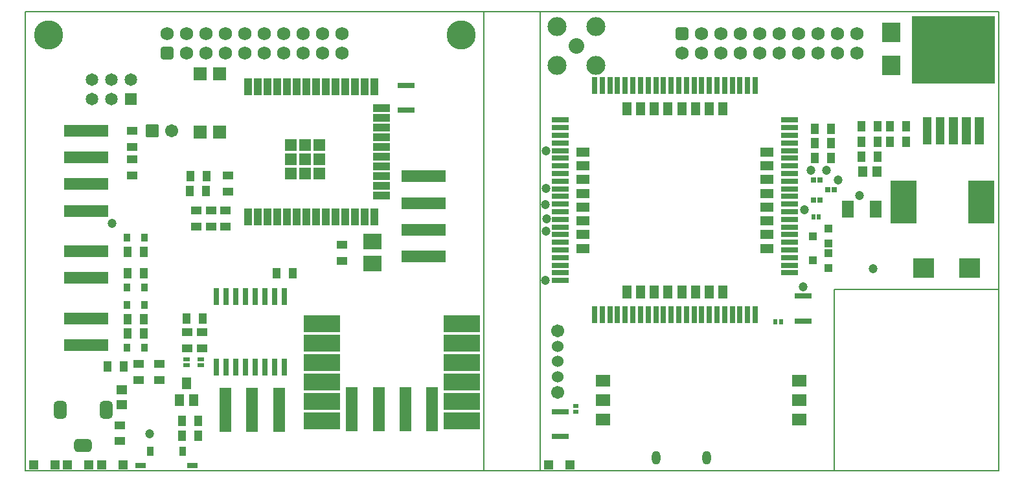
<source format=gts>
G04*
G04 #@! TF.GenerationSoftware,Altium Limited,Altium Designer,21.2.2 (38)*
G04*
G04 Layer_Color=8388736*
%FSLAX44Y44*%
%MOMM*%
G71*
G04*
G04 #@! TF.SameCoordinates,1FAA2A19-5D32-44EB-9D88-0ED73DB0A834*
G04*
G04*
G04 #@! TF.FilePolarity,Negative*
G04*
G01*
G75*
%ADD14R,1.4500X0.8000*%
%ADD15R,0.9000X1.2700*%
%ADD31C,0.2000*%
%ADD49C,0.1930*%
%ADD53C,1.6500*%
%ADD54R,1.6500X1.6500*%
%ADD66C,2.0320*%
%ADD114R,0.8282X1.0332*%
%ADD115R,1.4032X1.1032*%
%ADD116R,5.7150X1.4986*%
%ADD117R,1.4986X5.7150*%
%ADD118R,1.1032X1.4032*%
%ADD119R,2.4332X2.0032*%
%ADD120R,1.2032X1.2032*%
%ADD121R,1.1032X2.2032*%
%ADD122R,2.2032X1.1032*%
%ADD123R,1.5332X1.5332*%
%ADD124R,1.4032X1.2532*%
%ADD125C,1.2032*%
%ADD126R,0.9532X0.6032*%
%ADD127R,1.2032X1.6032*%
%ADD128R,2.2032X0.7532*%
%ADD129R,0.8032X2.2632*%
%ADD130R,1.9032X1.5032*%
%ADD131R,0.6032X0.8032*%
%ADD132R,0.8032X0.6032*%
%ADD133R,1.2532X1.4032*%
%ADD134R,0.7532X0.8032*%
%ADD135R,1.1032X1.0032*%
%ADD136R,1.6032X2.2032*%
%ADD137R,3.4032X5.6032*%
%ADD138R,2.7532X2.6532*%
%ADD139R,2.3532X2.6532*%
%ADD140R,2.2032X0.8032*%
%ADD141R,1.3032X1.8032*%
%ADD142R,1.8032X1.3032*%
%ADD143R,0.8032X2.2032*%
%ADD144R,1.8032X1.8032*%
G04:AMPARAMS|DCode=145|XSize=1.7032mm|YSize=1.7032mm|CornerRadius=0.1541mm|HoleSize=0mm|Usage=FLASHONLY|Rotation=0.000|XOffset=0mm|YOffset=0mm|HoleType=Round|Shape=RoundedRectangle|*
%AMROUNDEDRECTD145*
21,1,1.7032,1.3950,0,0,0.0*
21,1,1.3950,1.7032,0,0,0.0*
1,1,0.3082,0.6975,-0.6975*
1,1,0.3082,-0.6975,-0.6975*
1,1,0.3082,-0.6975,0.6975*
1,1,0.3082,0.6975,0.6975*
%
%ADD145ROUNDEDRECTD145*%
%ADD146C,1.7032*%
%ADD147C,3.8100*%
%ADD148R,4.7752X2.1844*%
G04:AMPARAMS|DCode=149|XSize=2.3032mm|YSize=1.7032mm|CornerRadius=0.4766mm|HoleSize=0mm|Usage=FLASHONLY|Rotation=180.000|XOffset=0mm|YOffset=0mm|HoleType=Round|Shape=RoundedRectangle|*
%AMROUNDEDRECTD149*
21,1,2.3032,0.7500,0,0,180.0*
21,1,1.3500,1.7032,0,0,180.0*
1,1,0.9532,-0.6750,0.3750*
1,1,0.9532,0.6750,0.3750*
1,1,0.9532,0.6750,-0.3750*
1,1,0.9532,-0.6750,-0.3750*
%
%ADD149ROUNDEDRECTD149*%
G04:AMPARAMS|DCode=150|XSize=2.3032mm|YSize=1.7032mm|CornerRadius=0.4766mm|HoleSize=0mm|Usage=FLASHONLY|Rotation=90.000|XOffset=0mm|YOffset=0mm|HoleType=Round|Shape=RoundedRectangle|*
%AMROUNDEDRECTD150*
21,1,2.3032,0.7500,0,0,90.0*
21,1,1.3500,1.7032,0,0,90.0*
1,1,0.9532,0.3750,0.6750*
1,1,0.9532,0.3750,-0.6750*
1,1,0.9532,-0.3750,-0.6750*
1,1,0.9532,-0.3750,0.6750*
%
%ADD150ROUNDEDRECTD150*%
G04:AMPARAMS|DCode=151|XSize=1.7532mm|YSize=1.7532mm|CornerRadius=0.4891mm|HoleSize=0mm|Usage=FLASHONLY|Rotation=0.000|XOffset=0mm|YOffset=0mm|HoleType=Round|Shape=RoundedRectangle|*
%AMROUNDEDRECTD151*
21,1,1.7532,0.7750,0,0,0.0*
21,1,0.7750,1.7532,0,0,0.0*
1,1,0.9782,0.3875,-0.3875*
1,1,0.9782,-0.3875,-0.3875*
1,1,0.9782,-0.3875,0.3875*
1,1,0.9782,0.3875,0.3875*
%
%ADD151ROUNDEDRECTD151*%
%ADD152C,1.7532*%
%ADD153O,1.1032X1.8032*%
%ADD154C,1.5240*%
%ADD155C,1.7018*%
%ADD156C,2.4892*%
G36*
X1267449Y506650D02*
X1159049D01*
Y594050D01*
X1267449D01*
Y506650D01*
D02*
G37*
G36*
X1252949Y426650D02*
X1241549D01*
Y462050D01*
X1252949D01*
Y426650D01*
D02*
G37*
G36*
X1235949D02*
X1224549D01*
Y462050D01*
X1235949D01*
Y426650D01*
D02*
G37*
G36*
X1218949D02*
X1207549D01*
Y462050D01*
X1218949D01*
Y426650D01*
D02*
G37*
G36*
X1201949D02*
X1190549D01*
Y462050D01*
X1201949D01*
Y426650D01*
D02*
G37*
G36*
X1184949D02*
X1173549D01*
Y462050D01*
X1184949D01*
Y426650D01*
D02*
G37*
D14*
X218662Y6938D02*
D03*
X151162D02*
D03*
D15*
X205912Y25788D02*
D03*
X163912D02*
D03*
D31*
X0Y0D02*
X600000D01*
X0D02*
Y600000D01*
X600000Y0D02*
Y600000D01*
X0D02*
X600000D01*
X1273049Y484950D02*
Y600000D01*
X673049D02*
X1273049D01*
Y401700D02*
Y484950D01*
X1057499Y50D02*
Y236700D01*
X786299Y50D02*
X1057499D01*
Y236700D02*
X1273049D01*
X673049Y0D02*
X786049D01*
X673049Y461750D02*
X673049Y0D01*
X1273049Y236700D02*
Y401700D01*
X673049Y461750D02*
Y600000D01*
D49*
X-25Y0D02*
Y600050D01*
Y0D02*
X1273073D01*
X-25Y600050D02*
X1273073D01*
X1273073Y0D01*
D53*
X87122Y511048D02*
D03*
Y485648D02*
D03*
X112522Y511048D02*
D03*
Y485648D02*
D03*
X137922Y511048D02*
D03*
D54*
Y485648D02*
D03*
D66*
X720919Y555090D02*
D03*
D114*
X155651Y305054D02*
D03*
X133401D02*
D03*
X133375Y216802D02*
D03*
X155625D02*
D03*
X155625Y160930D02*
D03*
X133375D02*
D03*
X133375Y239500D02*
D03*
X155625D02*
D03*
D115*
X139954Y444164D02*
D03*
Y423164D02*
D03*
Y386162D02*
D03*
Y407162D02*
D03*
X123952Y59690D02*
D03*
Y38690D02*
D03*
X224000Y340500D02*
D03*
Y319500D02*
D03*
X148590Y118954D02*
D03*
Y139954D02*
D03*
X175514Y118954D02*
D03*
Y139954D02*
D03*
X265430Y386080D02*
D03*
Y365080D02*
D03*
X413766Y274402D02*
D03*
Y295402D02*
D03*
X231000Y181000D02*
D03*
Y160000D02*
D03*
X211500Y181000D02*
D03*
Y160000D02*
D03*
X262000Y319499D02*
D03*
Y340500D02*
D03*
X243000D02*
D03*
Y319499D02*
D03*
D116*
X520954Y280012D02*
D03*
Y315012D02*
D03*
Y350012D02*
D03*
Y385012D02*
D03*
X80010Y164084D02*
D03*
Y199084D02*
D03*
X80036Y251968D02*
D03*
Y286968D02*
D03*
X80010Y339904D02*
D03*
Y374904D02*
D03*
Y409904D02*
D03*
Y444904D02*
D03*
D117*
X331672Y80010D02*
D03*
X296672D02*
D03*
X261672D02*
D03*
X427026Y80600D02*
D03*
X462026D02*
D03*
X497026D02*
D03*
X532026D02*
D03*
D118*
X236814Y385318D02*
D03*
X215814D02*
D03*
X215474Y366014D02*
D03*
X236474D02*
D03*
X133940Y286512D02*
D03*
X154940D02*
D03*
X155000Y258000D02*
D03*
X134000D02*
D03*
X155000Y198302D02*
D03*
X134000D02*
D03*
Y179430D02*
D03*
X155000D02*
D03*
X108032Y136652D02*
D03*
X129032D02*
D03*
X226000Y65000D02*
D03*
X205000D02*
D03*
X226000Y45500D02*
D03*
X205000D02*
D03*
X349500Y258000D02*
D03*
X328500D02*
D03*
X232000Y199000D02*
D03*
X211000D02*
D03*
X1130599Y450400D02*
D03*
X1151599D02*
D03*
X1130799Y430200D02*
D03*
X1151799D02*
D03*
X1093599Y430050D02*
D03*
X1114599D02*
D03*
X1114549Y410650D02*
D03*
X1093549D02*
D03*
X1053299Y447350D02*
D03*
X1032299D02*
D03*
X1032399Y428200D02*
D03*
X1053399D02*
D03*
X1032199Y409050D02*
D03*
X1053199D02*
D03*
X1114399Y450450D02*
D03*
X1093399D02*
D03*
D119*
X453898Y270642D02*
D03*
Y299842D02*
D03*
D120*
X10892Y7366D02*
D03*
X38892D02*
D03*
X55342D02*
D03*
X83342D02*
D03*
X99792D02*
D03*
X127792D02*
D03*
X683939Y7370D02*
D03*
X711939D02*
D03*
D121*
X291000Y332150D02*
D03*
X303700D02*
D03*
X316400D02*
D03*
X329100D02*
D03*
X341800D02*
D03*
X354500D02*
D03*
X367200D02*
D03*
X379900D02*
D03*
X392600D02*
D03*
X405300D02*
D03*
X418000D02*
D03*
X430700D02*
D03*
X443400D02*
D03*
X456100D02*
D03*
Y502150D02*
D03*
X443400D02*
D03*
X430700D02*
D03*
X418000D02*
D03*
X405300D02*
D03*
X392600D02*
D03*
X379900D02*
D03*
X367200D02*
D03*
X354500D02*
D03*
X341800D02*
D03*
X329100D02*
D03*
X316400D02*
D03*
X303700D02*
D03*
X291000D02*
D03*
D122*
X466100Y360000D02*
D03*
Y372700D02*
D03*
Y385400D02*
D03*
Y398100D02*
D03*
Y410800D02*
D03*
Y423500D02*
D03*
Y436200D02*
D03*
Y448900D02*
D03*
Y461600D02*
D03*
Y474300D02*
D03*
D123*
X366000Y407150D02*
D03*
Y425500D02*
D03*
X347650D02*
D03*
Y407150D02*
D03*
Y388800D02*
D03*
X366000D02*
D03*
X384350D02*
D03*
Y407150D02*
D03*
Y425500D02*
D03*
D124*
X126246Y86682D02*
D03*
Y105682D02*
D03*
D125*
X113284Y323088D02*
D03*
X163068Y48514D02*
D03*
X680449Y418600D02*
D03*
X1047849Y393100D02*
D03*
X1027349Y393200D02*
D03*
X1062999Y380250D02*
D03*
X1018899Y341050D02*
D03*
X1016899Y240750D02*
D03*
X1090598Y360150D02*
D03*
X1108499Y263900D02*
D03*
X680849Y368800D02*
D03*
X680099Y348400D02*
D03*
X681299Y329250D02*
D03*
X679999Y248650D02*
D03*
X680999Y313050D02*
D03*
D126*
X210750Y138000D02*
D03*
X229250Y146000D02*
D03*
X210750D02*
D03*
X229250Y138000D02*
D03*
D127*
X211000Y114500D02*
D03*
X220500Y92500D02*
D03*
X201500D02*
D03*
D128*
X497586Y504184D02*
D03*
Y471684D02*
D03*
X1016899Y228300D02*
D03*
Y195800D02*
D03*
X699199Y77350D02*
D03*
Y44850D02*
D03*
D129*
X338950Y227900D02*
D03*
X326250D02*
D03*
X313550D02*
D03*
X300850D02*
D03*
X288150D02*
D03*
X275450D02*
D03*
X262750D02*
D03*
X250050D02*
D03*
Y135100D02*
D03*
X262750D02*
D03*
X275450D02*
D03*
X288150D02*
D03*
X300850D02*
D03*
X313550D02*
D03*
X326250D02*
D03*
X338950D02*
D03*
D130*
X1012279Y117300D02*
D03*
Y91900D02*
D03*
Y66500D02*
D03*
X755269Y117300D02*
D03*
Y91900D02*
D03*
Y66500D02*
D03*
D131*
X1030299Y332200D02*
D03*
X1037299D02*
D03*
X980849Y194500D02*
D03*
X987849D02*
D03*
D132*
X719899Y77400D02*
D03*
Y84400D02*
D03*
D133*
X1094749Y391350D02*
D03*
X1113749D02*
D03*
D134*
X1039199Y380300D02*
D03*
X1030699D02*
D03*
X1057799Y367250D02*
D03*
X1049299D02*
D03*
X1039149Y354100D02*
D03*
X1030649D02*
D03*
D135*
X1049599Y297350D02*
D03*
Y316350D02*
D03*
X1029599Y306850D02*
D03*
Y274850D02*
D03*
X1049599Y284350D02*
D03*
Y265350D02*
D03*
D136*
X1075799Y342352D02*
D03*
X1111799D02*
D03*
D137*
X1148449Y351800D02*
D03*
X1249449D02*
D03*
D138*
X1174149Y264750D02*
D03*
X1234649D02*
D03*
D139*
X1131749Y573250D02*
D03*
Y530250D02*
D03*
D140*
X999399Y368700D02*
D03*
Y378700D02*
D03*
X699399Y458700D02*
D03*
Y448700D02*
D03*
Y438700D02*
D03*
Y428700D02*
D03*
Y418700D02*
D03*
X999399Y258700D02*
D03*
X999399Y268700D02*
D03*
Y278700D02*
D03*
Y288700D02*
D03*
Y298700D02*
D03*
Y308700D02*
D03*
Y318700D02*
D03*
Y328700D02*
D03*
Y338700D02*
D03*
Y348700D02*
D03*
Y358700D02*
D03*
Y388700D02*
D03*
Y398700D02*
D03*
Y408700D02*
D03*
Y418700D02*
D03*
X999399Y428700D02*
D03*
X999399Y438700D02*
D03*
Y448700D02*
D03*
Y458700D02*
D03*
X699399Y408700D02*
D03*
Y398700D02*
D03*
Y388700D02*
D03*
Y378700D02*
D03*
Y368700D02*
D03*
Y358700D02*
D03*
Y348700D02*
D03*
Y338700D02*
D03*
Y328700D02*
D03*
Y318700D02*
D03*
Y308700D02*
D03*
Y298700D02*
D03*
Y288700D02*
D03*
Y278700D02*
D03*
Y268700D02*
D03*
Y258700D02*
D03*
Y248700D02*
D03*
D141*
X912399Y233700D02*
D03*
X894399Y233700D02*
D03*
X876399D02*
D03*
X858399D02*
D03*
X840399Y233700D02*
D03*
X822399D02*
D03*
X804399D02*
D03*
X786399Y473700D02*
D03*
X804399D02*
D03*
X822399D02*
D03*
X840399D02*
D03*
X858399D02*
D03*
X876399D02*
D03*
X894399D02*
D03*
X786399Y233700D02*
D03*
X912399Y473700D02*
D03*
D142*
X729399Y290700D02*
D03*
Y308700D02*
D03*
Y326700D02*
D03*
Y344700D02*
D03*
X729399Y362700D02*
D03*
Y380700D02*
D03*
X729399Y398700D02*
D03*
Y416700D02*
D03*
X969399Y308700D02*
D03*
Y326700D02*
D03*
Y344700D02*
D03*
Y362700D02*
D03*
Y380700D02*
D03*
Y398700D02*
D03*
Y416700D02*
D03*
Y290700D02*
D03*
D143*
X954399Y503700D02*
D03*
X944399D02*
D03*
X934399D02*
D03*
X924399D02*
D03*
X914399D02*
D03*
X904399D02*
D03*
X894399D02*
D03*
X884399D02*
D03*
X874399D02*
D03*
X864399D02*
D03*
X854399D02*
D03*
X844399D02*
D03*
X834399D02*
D03*
X824399D02*
D03*
X814399D02*
D03*
X804399D02*
D03*
X794399D02*
D03*
X784399D02*
D03*
X774399Y503700D02*
D03*
X764399Y503700D02*
D03*
X754399D02*
D03*
X744399D02*
D03*
X814399Y203700D02*
D03*
X824399D02*
D03*
X834399D02*
D03*
X844399D02*
D03*
X854399D02*
D03*
X864399D02*
D03*
X874399D02*
D03*
X884399D02*
D03*
X894399D02*
D03*
X904399D02*
D03*
X914399D02*
D03*
X924399D02*
D03*
X934399D02*
D03*
X944399D02*
D03*
X954399D02*
D03*
X744399D02*
D03*
X754399D02*
D03*
X764399D02*
D03*
X774399D02*
D03*
X784399D02*
D03*
X794399D02*
D03*
X804399D02*
D03*
D144*
X254000Y443230D02*
D03*
X228600D02*
D03*
X254000Y519430D02*
D03*
X228600D02*
D03*
D145*
X165862Y444246D02*
D03*
D146*
X191262D02*
D03*
D147*
X30226Y569722D02*
D03*
X569722D02*
D03*
D148*
X387698Y192024D02*
D03*
Y166624D02*
D03*
Y141224D02*
D03*
Y115824D02*
D03*
Y90424D02*
D03*
Y65024D02*
D03*
X570898Y192024D02*
D03*
Y166624D02*
D03*
Y141224D02*
D03*
Y115824D02*
D03*
Y90424D02*
D03*
Y65024D02*
D03*
D149*
X75894Y33010D02*
D03*
D150*
X45894Y80010D02*
D03*
X105894D02*
D03*
D151*
X185700Y546300D02*
D03*
X858749Y571700D02*
D03*
D152*
X211100Y546300D02*
D03*
X236500D02*
D03*
X261900D02*
D03*
X287300D02*
D03*
X312700D02*
D03*
X338100D02*
D03*
X363500D02*
D03*
X388900D02*
D03*
X414300D02*
D03*
X185700Y571700D02*
D03*
X211100D02*
D03*
X236500D02*
D03*
X261900D02*
D03*
X287300D02*
D03*
X312700D02*
D03*
X338100D02*
D03*
X363500D02*
D03*
X388900D02*
D03*
X414300D02*
D03*
X1087349Y546300D02*
D03*
X1061949D02*
D03*
X1036549D02*
D03*
X1011149D02*
D03*
X985749D02*
D03*
X960349D02*
D03*
X934949D02*
D03*
X909549D02*
D03*
X884149D02*
D03*
X858749D02*
D03*
X1087349Y571700D02*
D03*
X1061949D02*
D03*
X1036549D02*
D03*
X1011149D02*
D03*
X985749D02*
D03*
X960349D02*
D03*
X934949D02*
D03*
X909549D02*
D03*
X884149D02*
D03*
D153*
X825049Y17150D02*
D03*
X891049D02*
D03*
D154*
X695899Y162850D02*
D03*
Y142850D02*
D03*
Y122850D02*
D03*
D155*
Y182850D02*
D03*
Y102850D02*
D03*
D156*
X695519Y529690D02*
D03*
X746319D02*
D03*
Y580490D02*
D03*
X695519D02*
D03*
M02*

</source>
